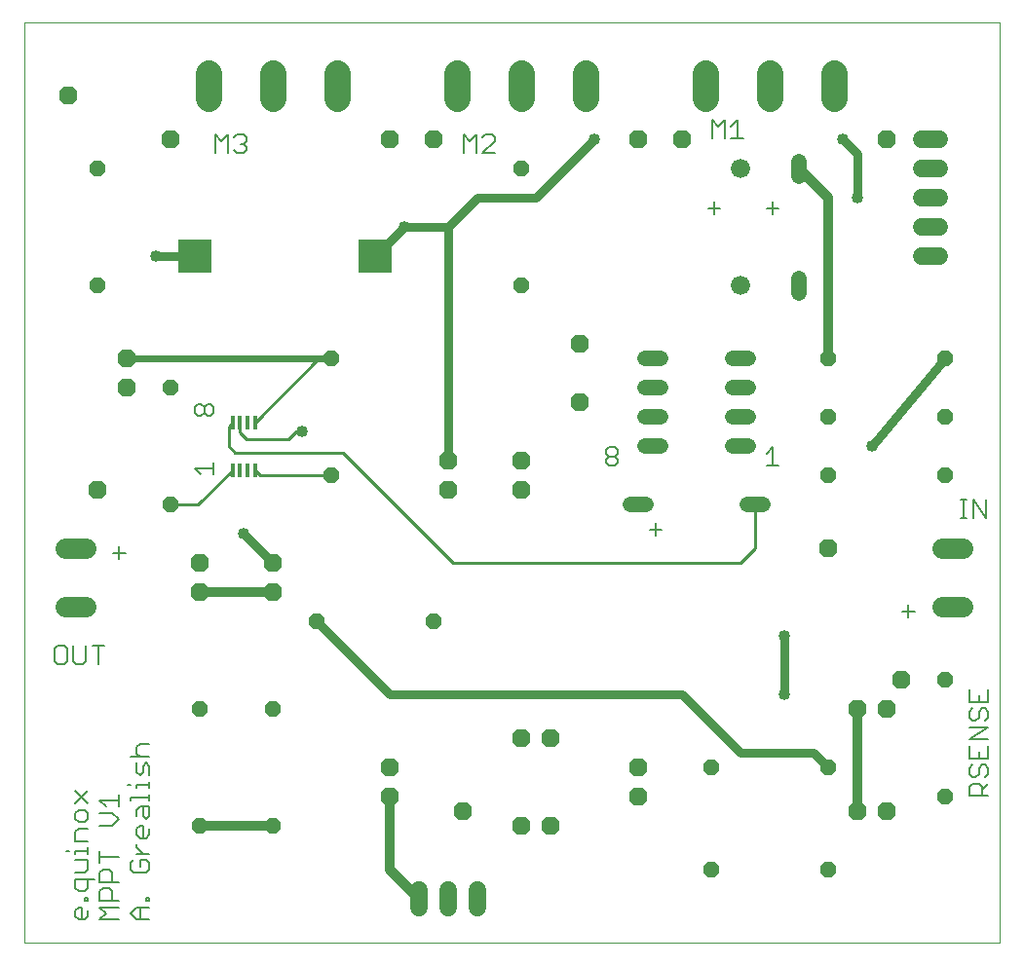
<source format=gtl>
G75*
G70*
%OFA0B0*%
%FSLAX24Y24*%
%IPPOS*%
%LPD*%
%AMOC8*
5,1,8,0,0,1.08239X$1,22.5*
%
%ADD10C,0.0000*%
%ADD11C,0.0060*%
%ADD12C,0.0705*%
%ADD13R,0.0157X0.0472*%
%ADD14OC8,0.0520*%
%ADD15OC8,0.0630*%
%ADD16C,0.0885*%
%ADD17C,0.0520*%
%ADD18C,0.0660*%
%ADD19C,0.0600*%
%ADD20R,0.1150X0.1180*%
%ADD21C,0.0100*%
%ADD22C,0.0320*%
%ADD23C,0.0240*%
%ADD24C,0.0300*%
%ADD25C,0.0400*%
D10*
X000180Y000180D02*
X000180Y031676D01*
X033550Y031676D01*
X033550Y000180D01*
X000180Y000180D01*
D11*
X001923Y001086D02*
X001923Y001300D01*
X002030Y001406D01*
X002136Y001406D01*
X002136Y000979D01*
X002030Y000979D02*
X001923Y001086D01*
X002030Y000979D02*
X002243Y000979D01*
X002350Y001086D01*
X002350Y001300D01*
X002350Y001624D02*
X002350Y001731D01*
X002243Y001731D01*
X002243Y001624D01*
X002350Y001624D01*
X002243Y001946D02*
X002350Y002053D01*
X002350Y002373D01*
X002564Y002373D02*
X001923Y002373D01*
X001923Y002053D01*
X002030Y001946D01*
X002243Y001946D01*
X002759Y001944D02*
X002759Y001624D01*
X003400Y001624D01*
X003186Y001624D02*
X003186Y001944D01*
X003080Y002051D01*
X002866Y002051D01*
X002759Y001944D01*
X002759Y002268D02*
X002759Y002589D01*
X002866Y002695D01*
X003080Y002695D01*
X003186Y002589D01*
X003186Y002268D01*
X003400Y002268D02*
X002759Y002268D01*
X002350Y002697D02*
X002350Y003018D01*
X001923Y003018D01*
X001923Y003235D02*
X001923Y003342D01*
X002350Y003342D01*
X002350Y003235D02*
X002350Y003449D01*
X002350Y003665D02*
X001923Y003665D01*
X001923Y003985D01*
X002030Y004092D01*
X002350Y004092D01*
X002243Y004310D02*
X002350Y004416D01*
X002350Y004630D01*
X002243Y004737D01*
X002030Y004737D01*
X001923Y004630D01*
X001923Y004416D01*
X002030Y004310D01*
X002243Y004310D01*
X002759Y004202D02*
X003186Y004202D01*
X003400Y004416D01*
X003186Y004629D01*
X002759Y004629D01*
X002973Y004847D02*
X002759Y005060D01*
X003400Y005060D01*
X003400Y004847D02*
X003400Y005274D01*
X003809Y005168D02*
X003809Y005061D01*
X003809Y005168D02*
X004450Y005168D01*
X004450Y005061D02*
X004450Y005275D01*
X004450Y005491D02*
X004450Y005705D01*
X004450Y005598D02*
X004023Y005598D01*
X004023Y005491D01*
X003809Y005598D02*
X003703Y005598D01*
X004130Y005921D02*
X004023Y006028D01*
X004023Y006348D01*
X004236Y006241D02*
X004236Y006028D01*
X004130Y005921D01*
X004450Y005921D02*
X004450Y006241D01*
X004343Y006348D01*
X004236Y006241D01*
X004130Y006565D02*
X004023Y006672D01*
X004023Y006886D01*
X004130Y006992D01*
X004450Y006992D01*
X004450Y006565D02*
X003809Y006565D01*
X004130Y004844D02*
X004450Y004844D01*
X004450Y004524D01*
X004343Y004417D01*
X004236Y004524D01*
X004236Y004844D01*
X004130Y004844D02*
X004023Y004737D01*
X004023Y004524D01*
X004130Y004199D02*
X004236Y004199D01*
X004236Y003772D01*
X004130Y003772D02*
X004023Y003879D01*
X004023Y004093D01*
X004130Y004199D01*
X004450Y004093D02*
X004450Y003879D01*
X004343Y003772D01*
X004130Y003772D01*
X004023Y003556D02*
X004023Y003449D01*
X004236Y003235D01*
X004023Y003235D02*
X004450Y003235D01*
X004343Y003018D02*
X004130Y003018D01*
X004130Y002804D01*
X004343Y002591D02*
X004450Y002697D01*
X004450Y002911D01*
X004343Y003018D01*
X003916Y003018D02*
X003809Y002911D01*
X003809Y002697D01*
X003916Y002591D01*
X004343Y002591D01*
X003400Y003127D02*
X002759Y003127D01*
X002759Y003340D02*
X002759Y002913D01*
X002350Y002697D02*
X002243Y002591D01*
X001923Y002591D01*
X001709Y003342D02*
X001603Y003342D01*
X001923Y004954D02*
X002350Y005381D01*
X002350Y004954D02*
X001923Y005381D01*
X004343Y001731D02*
X004450Y001731D01*
X004450Y001624D01*
X004343Y001624D01*
X004343Y001731D01*
X004450Y001406D02*
X004023Y001406D01*
X003809Y001193D01*
X004023Y000979D01*
X004450Y000979D01*
X004130Y000979D02*
X004130Y001406D01*
X003400Y001406D02*
X002759Y001406D01*
X002973Y001193D01*
X002759Y000979D01*
X003400Y000979D01*
X002713Y009710D02*
X002713Y010351D01*
X002926Y010351D02*
X002499Y010351D01*
X002282Y010351D02*
X002282Y009817D01*
X002175Y009710D01*
X001961Y009710D01*
X001855Y009817D01*
X001855Y010351D01*
X001637Y010244D02*
X001530Y010351D01*
X001317Y010351D01*
X001210Y010244D01*
X001210Y009817D01*
X001317Y009710D01*
X001530Y009710D01*
X001637Y009817D01*
X001637Y010244D01*
X003424Y013317D02*
X003424Y013744D01*
X003637Y013530D02*
X003210Y013530D01*
X006009Y016424D02*
X006650Y016424D01*
X006650Y016637D02*
X006650Y016210D01*
X006223Y016210D02*
X006009Y016424D01*
X006116Y018210D02*
X006009Y018317D01*
X006009Y018530D01*
X006116Y018637D01*
X006223Y018637D01*
X006330Y018530D01*
X006330Y018317D01*
X006223Y018210D01*
X006116Y018210D01*
X006330Y018317D02*
X006436Y018210D01*
X006543Y018210D01*
X006650Y018317D01*
X006650Y018530D01*
X006543Y018637D01*
X006436Y018637D01*
X006330Y018530D01*
X006710Y027210D02*
X006710Y027851D01*
X006924Y027637D01*
X007137Y027851D01*
X007137Y027210D01*
X007355Y027317D02*
X007461Y027210D01*
X007675Y027210D01*
X007782Y027317D01*
X007782Y027424D01*
X007675Y027530D01*
X007568Y027530D01*
X007675Y027530D02*
X007782Y027637D01*
X007782Y027744D01*
X007675Y027851D01*
X007461Y027851D01*
X007355Y027744D01*
X015210Y027851D02*
X015210Y027210D01*
X015637Y027210D02*
X015637Y027851D01*
X015424Y027637D01*
X015210Y027851D01*
X015855Y027744D02*
X015961Y027851D01*
X016175Y027851D01*
X016282Y027744D01*
X016282Y027637D01*
X015855Y027210D01*
X016282Y027210D01*
X023565Y025330D02*
X023992Y025330D01*
X023779Y025544D02*
X023779Y025117D01*
X025565Y025330D02*
X025992Y025330D01*
X025779Y025544D02*
X025779Y025117D01*
X024782Y027710D02*
X024355Y027710D01*
X024568Y027710D02*
X024568Y028351D01*
X024355Y028137D01*
X024137Y028351D02*
X024137Y027710D01*
X023710Y027710D02*
X023710Y028351D01*
X023924Y028137D01*
X024137Y028351D01*
X025779Y017151D02*
X025565Y016937D01*
X025779Y017151D02*
X025779Y016510D01*
X025992Y016510D02*
X025565Y016510D01*
X021992Y014330D02*
X021565Y014330D01*
X021779Y014117D02*
X021779Y014544D01*
X020386Y016510D02*
X020172Y016510D01*
X020065Y016617D01*
X020065Y016724D01*
X020172Y016830D01*
X020386Y016830D01*
X020492Y016724D01*
X020492Y016617D01*
X020386Y016510D01*
X020386Y016830D02*
X020492Y016937D01*
X020492Y017044D01*
X020386Y017151D01*
X020172Y017151D01*
X020065Y017044D01*
X020065Y016937D01*
X020172Y016830D01*
X030210Y011530D02*
X030637Y011530D01*
X030424Y011744D02*
X030424Y011317D01*
X032509Y008860D02*
X032509Y008433D01*
X033150Y008433D01*
X033150Y008860D01*
X032830Y008646D02*
X032830Y008433D01*
X032936Y008215D02*
X033043Y008215D01*
X033150Y008108D01*
X033150Y007895D01*
X033043Y007788D01*
X032830Y007895D02*
X032830Y008108D01*
X032936Y008215D01*
X032616Y008215D02*
X032509Y008108D01*
X032509Y007895D01*
X032616Y007788D01*
X032723Y007788D01*
X032830Y007895D01*
X033150Y007571D02*
X032509Y007571D01*
X032509Y007144D02*
X033150Y007571D01*
X033150Y007144D02*
X032509Y007144D01*
X032509Y006926D02*
X032509Y006499D01*
X033150Y006499D01*
X033150Y006926D01*
X032830Y006713D02*
X032830Y006499D01*
X032936Y006282D02*
X033043Y006282D01*
X033150Y006175D01*
X033150Y005961D01*
X033043Y005855D01*
X032830Y005961D02*
X032830Y006175D01*
X032936Y006282D01*
X032616Y006282D02*
X032509Y006175D01*
X032509Y005961D01*
X032616Y005855D01*
X032723Y005855D01*
X032830Y005961D01*
X032830Y005637D02*
X032616Y005637D01*
X032509Y005530D01*
X032509Y005210D01*
X033150Y005210D01*
X032936Y005210D02*
X032936Y005530D01*
X032830Y005637D01*
X032936Y005424D02*
X033150Y005637D01*
X033067Y014710D02*
X033067Y015351D01*
X032640Y015351D02*
X032640Y014710D01*
X032424Y014710D02*
X032210Y014710D01*
X032317Y014710D02*
X032317Y015351D01*
X032210Y015351D02*
X032424Y015351D01*
X032640Y015351D02*
X033067Y014710D01*
D12*
X032283Y013680D02*
X031578Y013680D01*
X031578Y011680D02*
X032283Y011680D01*
X002283Y011680D02*
X001578Y011680D01*
X001578Y013680D02*
X002283Y013680D01*
D13*
X007296Y016373D03*
X007552Y016373D03*
X007808Y016373D03*
X008064Y016373D03*
X008064Y017987D03*
X007808Y017987D03*
X007552Y017987D03*
X007296Y017987D03*
D14*
X005180Y019180D03*
X002680Y022680D03*
X002680Y026680D03*
X010680Y020180D03*
X010680Y016180D03*
X010180Y011180D03*
X008680Y008180D03*
X006180Y008180D03*
X006180Y004180D03*
X008680Y004180D03*
X014180Y011180D03*
X005180Y015180D03*
X017180Y022680D03*
X017180Y026680D03*
X027680Y020180D03*
X027680Y018180D03*
X027680Y016180D03*
X031680Y016180D03*
X031680Y018180D03*
X031680Y020180D03*
X031680Y009180D03*
X027680Y006180D03*
X027680Y002680D03*
X031680Y005180D03*
X023680Y006180D03*
X023680Y002680D03*
D15*
X021180Y005180D03*
X021180Y006180D03*
X018180Y007180D03*
X017180Y007180D03*
X015180Y004680D03*
X017180Y004180D03*
X018180Y004180D03*
X012680Y005180D03*
X012680Y006180D03*
X008680Y012180D03*
X008680Y013180D03*
X006180Y013180D03*
X006180Y012180D03*
X002680Y015680D03*
X003680Y019180D03*
X003680Y020180D03*
X005180Y027680D03*
X001680Y029180D03*
X012680Y027680D03*
X014180Y027680D03*
X021180Y027680D03*
X022680Y027680D03*
X029680Y027680D03*
X019180Y020680D03*
X019180Y018680D03*
X017180Y016680D03*
X017180Y015680D03*
X014680Y015680D03*
X014680Y016680D03*
X027680Y013680D03*
X030180Y009180D03*
X029680Y008180D03*
X028680Y008180D03*
X028680Y004680D03*
X029680Y004680D03*
D16*
X027880Y029088D02*
X027880Y029973D01*
X025680Y029973D02*
X025680Y029088D01*
X023480Y029088D02*
X023480Y029973D01*
X019380Y029973D02*
X019380Y029088D01*
X017180Y029088D02*
X017180Y029973D01*
X014980Y029973D02*
X014980Y029088D01*
X010880Y029088D02*
X010880Y029973D01*
X008680Y029973D02*
X008680Y029088D01*
X006480Y029088D02*
X006480Y029973D01*
D17*
X021420Y020180D02*
X021940Y020180D01*
X021940Y019180D02*
X021420Y019180D01*
X021420Y018180D02*
X021940Y018180D01*
X021940Y017180D02*
X021420Y017180D01*
X021440Y015180D02*
X020920Y015180D01*
X024420Y017180D02*
X024940Y017180D01*
X024940Y018180D02*
X024420Y018180D01*
X024420Y019180D02*
X024940Y019180D01*
X024940Y020180D02*
X024420Y020180D01*
X026680Y022420D02*
X026680Y022940D01*
X026680Y026420D02*
X026680Y026940D01*
X025440Y015180D02*
X024920Y015180D01*
D18*
X024680Y022680D03*
X024680Y026680D03*
D19*
X030880Y026680D02*
X031480Y026680D01*
X031480Y025680D02*
X030880Y025680D01*
X030880Y024680D02*
X031480Y024680D01*
X031480Y023680D02*
X030880Y023680D01*
X030880Y027680D02*
X031480Y027680D01*
X015680Y001980D02*
X015680Y001380D01*
X014680Y001380D02*
X014680Y001980D01*
X013680Y001980D02*
X013680Y001380D01*
D20*
X012180Y023680D03*
X006000Y023680D03*
D21*
X010257Y020180D02*
X010680Y020180D01*
X010257Y020180D02*
X008064Y017987D01*
X007552Y017987D02*
X007550Y017985D01*
X007550Y017650D01*
X007780Y017420D01*
X009220Y017420D01*
X009480Y017680D01*
X009680Y017680D01*
X011080Y016950D02*
X014850Y013180D01*
X024680Y013180D01*
X025180Y013680D01*
X025180Y015180D01*
X011080Y016950D02*
X007430Y016950D01*
X007410Y016970D01*
X007390Y016970D01*
X007180Y017180D01*
X007180Y017871D01*
X007296Y017987D01*
X007296Y016373D02*
X006103Y015180D01*
X005180Y015180D01*
X008064Y016373D02*
X008257Y016180D01*
X010680Y016180D01*
D22*
X008680Y012180D02*
X006180Y012180D01*
X012680Y005180D02*
X012680Y002680D01*
X013680Y001680D01*
X008680Y004180D02*
X006180Y004180D01*
X027680Y020180D02*
X027680Y025680D01*
X026680Y026680D01*
X028680Y008180D02*
X028680Y004680D01*
D23*
X010680Y020180D02*
X003680Y020180D01*
D24*
X004680Y023680D02*
X006000Y023680D01*
X012180Y023680D02*
X013180Y024680D01*
X014680Y024680D01*
X014680Y016680D01*
X010180Y011180D02*
X012680Y008680D01*
X022680Y008680D01*
X024680Y006680D01*
X027180Y006680D01*
X027680Y006180D01*
X026180Y008680D02*
X026180Y010680D01*
X029180Y017180D02*
X031680Y020180D01*
X028680Y025680D02*
X028680Y027180D01*
X028180Y027680D01*
X019680Y027680D02*
X017680Y025680D01*
X015680Y025680D01*
X014680Y024680D01*
X007680Y014180D02*
X008680Y013180D01*
D25*
X007680Y014180D03*
X009680Y017680D03*
X004680Y023680D03*
X013180Y024680D03*
X019680Y027680D03*
X028180Y027680D03*
X028680Y025680D03*
X029180Y017180D03*
X026180Y010680D03*
X026180Y008680D03*
M02*

</source>
